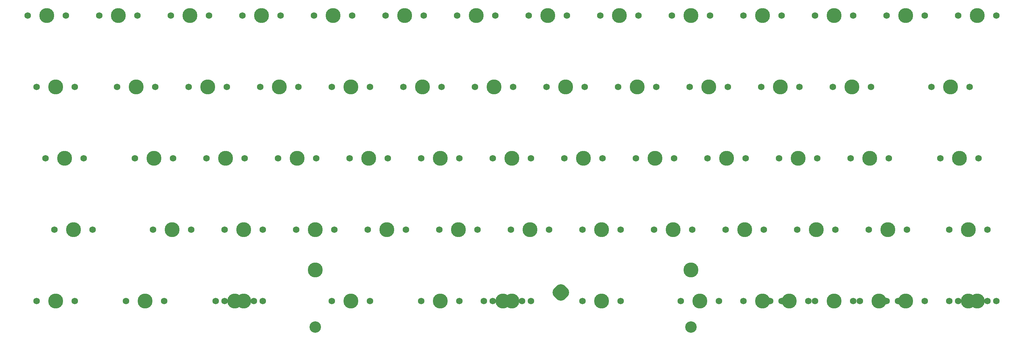
<source format=gbr>
%TF.GenerationSoftware,KiCad,Pcbnew,(6.0.5)*%
%TF.CreationDate,2022-07-14T21:57:26-04:00*%
%TF.ProjectId,bd64pcb,62643634-7063-4622-9e6b-696361645f70,rev?*%
%TF.SameCoordinates,Original*%
%TF.FileFunction,Soldermask,Top*%
%TF.FilePolarity,Negative*%
%FSLAX46Y46*%
G04 Gerber Fmt 4.6, Leading zero omitted, Abs format (unit mm)*
G04 Created by KiCad (PCBNEW (6.0.5)) date 2022-07-14 21:57:26*
%MOMM*%
%LPD*%
G01*
G04 APERTURE LIST*
G04 Aperture macros list*
%AMRoundRect*
0 Rectangle with rounded corners*
0 $1 Rounding radius*
0 $2 $3 $4 $5 $6 $7 $8 $9 X,Y pos of 4 corners*
0 Add a 4 corners polygon primitive as box body*
4,1,4,$2,$3,$4,$5,$6,$7,$8,$9,$2,$3,0*
0 Add four circle primitives for the rounded corners*
1,1,$1+$1,$2,$3*
1,1,$1+$1,$4,$5*
1,1,$1+$1,$6,$7*
1,1,$1+$1,$8,$9*
0 Add four rect primitives between the rounded corners*
20,1,$1+$1,$2,$3,$4,$5,0*
20,1,$1+$1,$4,$5,$6,$7,0*
20,1,$1+$1,$6,$7,$8,$9,0*
20,1,$1+$1,$8,$9,$2,$3,0*%
G04 Aperture macros list end*
%ADD10C,3.987800*%
%ADD11C,1.750000*%
%ADD12C,3.048000*%
%ADD13RoundRect,1.500000X0.000000X-0.707107X0.707107X0.000000X0.000000X0.707107X-0.707107X0.000000X0*%
G04 APERTURE END LIST*
D10*
%TO.C,MX1*%
X24606250Y-51593750D03*
D11*
X29686250Y-51593750D03*
X19526250Y-51593750D03*
%TD*%
%TO.C,MX2*%
X48736250Y-51593750D03*
D10*
X43656250Y-51593750D03*
D11*
X38576250Y-51593750D03*
%TD*%
D10*
%TO.C,MX4*%
X81756250Y-51593750D03*
D11*
X76676250Y-51593750D03*
X86836250Y-51593750D03*
%TD*%
D10*
%TO.C,MX10*%
X196056250Y-51593750D03*
D11*
X201136250Y-51593750D03*
X190976250Y-51593750D03*
%TD*%
%TO.C,MX11*%
X220186250Y-51593750D03*
X210026250Y-51593750D03*
D10*
X215106250Y-51593750D03*
%TD*%
D11*
%TO.C,MX12*%
X239236250Y-51593750D03*
X229076250Y-51593750D03*
D10*
X234156250Y-51593750D03*
%TD*%
D11*
%TO.C,MX13*%
X248126250Y-51593750D03*
X258286250Y-51593750D03*
D10*
X253206250Y-51593750D03*
%TD*%
D11*
%TO.C,MX14*%
X277336250Y-51593750D03*
X267176250Y-51593750D03*
D10*
X272256250Y-51593750D03*
%TD*%
%TO.C,MX15*%
X26987500Y-70643750D03*
D11*
X32067500Y-70643750D03*
X21907500Y-70643750D03*
%TD*%
D10*
%TO.C,MX16*%
X48418750Y-70643750D03*
D11*
X43338750Y-70643750D03*
X53498750Y-70643750D03*
%TD*%
%TO.C,MX17*%
X62388750Y-70643750D03*
D10*
X67468750Y-70643750D03*
D11*
X72548750Y-70643750D03*
%TD*%
D10*
%TO.C,MX18*%
X86518750Y-70643750D03*
D11*
X81438750Y-70643750D03*
X91598750Y-70643750D03*
%TD*%
%TO.C,MX19*%
X110648750Y-70643750D03*
X100488750Y-70643750D03*
D10*
X105568750Y-70643750D03*
%TD*%
D11*
%TO.C,MX20*%
X119538750Y-70643750D03*
X129698750Y-70643750D03*
D10*
X124618750Y-70643750D03*
%TD*%
D11*
%TO.C,MX25*%
X224948750Y-70643750D03*
X214788750Y-70643750D03*
D10*
X219868750Y-70643750D03*
%TD*%
D11*
%TO.C,MX26*%
X243998750Y-70643750D03*
D10*
X238918750Y-70643750D03*
D11*
X233838750Y-70643750D03*
%TD*%
%TO.C,MX28*%
X24288750Y-89693750D03*
D10*
X29368750Y-89693750D03*
D11*
X34448750Y-89693750D03*
%TD*%
%TO.C,MX29*%
X58261250Y-89693750D03*
X48101250Y-89693750D03*
D10*
X53181250Y-89693750D03*
%TD*%
D11*
%TO.C,MX37*%
X200501250Y-89693750D03*
X210661250Y-89693750D03*
D10*
X205581250Y-89693750D03*
%TD*%
D11*
%TO.C,MX38*%
X229711250Y-89693750D03*
D10*
X224631250Y-89693750D03*
D11*
X219551250Y-89693750D03*
%TD*%
D10*
%TO.C,MX39*%
X243681250Y-89693750D03*
D11*
X248761250Y-89693750D03*
X238601250Y-89693750D03*
%TD*%
%TO.C,MX40*%
X272573750Y-89693750D03*
X262413750Y-89693750D03*
D10*
X267493750Y-89693750D03*
%TD*%
%TO.C,MX41*%
X31750000Y-108743750D03*
D11*
X36830000Y-108743750D03*
X26670000Y-108743750D03*
%TD*%
D10*
%TO.C,MX42*%
X57943750Y-108743750D03*
D11*
X52863750Y-108743750D03*
X63023750Y-108743750D03*
%TD*%
D10*
%TO.C,MX43*%
X76993750Y-108743750D03*
D11*
X82073750Y-108743750D03*
X71913750Y-108743750D03*
%TD*%
%TO.C,MX44*%
X90963750Y-108743750D03*
D10*
X96043750Y-108743750D03*
D11*
X101123750Y-108743750D03*
%TD*%
%TO.C,MX45*%
X120173750Y-108743750D03*
X110013750Y-108743750D03*
D10*
X115093750Y-108743750D03*
%TD*%
D11*
%TO.C,MX46*%
X129063750Y-108743750D03*
X139223750Y-108743750D03*
D10*
X134143750Y-108743750D03*
%TD*%
D11*
%TO.C,MX47*%
X158273750Y-108743750D03*
X148113750Y-108743750D03*
D10*
X153193750Y-108743750D03*
%TD*%
D11*
%TO.C,MX48*%
X167163750Y-108743750D03*
D10*
X172243750Y-108743750D03*
D11*
X177323750Y-108743750D03*
%TD*%
D10*
%TO.C,MX49*%
X191293750Y-108743750D03*
D11*
X196373750Y-108743750D03*
X186213750Y-108743750D03*
%TD*%
D10*
%TO.C,MX50*%
X210343750Y-108743750D03*
D11*
X205263750Y-108743750D03*
X215423750Y-108743750D03*
%TD*%
%TO.C,MX51*%
X234473750Y-108743750D03*
D10*
X229393750Y-108743750D03*
D11*
X224313750Y-108743750D03*
%TD*%
D10*
%TO.C,MX52*%
X248443750Y-108743750D03*
D11*
X243363750Y-108743750D03*
X253523750Y-108743750D03*
%TD*%
%TO.C,MX54*%
X32067500Y-127793750D03*
D10*
X26987500Y-127793750D03*
D11*
X21907500Y-127793750D03*
%TD*%
%TO.C,MX55*%
X45720000Y-127793750D03*
D10*
X50800000Y-127793750D03*
D11*
X55880000Y-127793750D03*
%TD*%
%TO.C,MX56*%
X69531900Y-127793150D03*
D10*
X74611900Y-127793150D03*
X76993750Y-127793750D03*
D11*
X71913750Y-127793750D03*
X79691900Y-127793150D03*
X82073750Y-127793750D03*
%TD*%
%TO.C,MX57*%
X100488750Y-127793750D03*
X110648750Y-127793750D03*
D10*
X105568750Y-127793750D03*
%TD*%
D11*
%TO.C,MX58*%
X134461250Y-127793750D03*
D10*
X129381250Y-127793750D03*
D11*
X124301250Y-127793750D03*
%TD*%
D10*
%TO.C,MX59*%
X146046400Y-127793150D03*
D11*
X151126400Y-127793150D03*
X140966400Y-127793150D03*
D10*
X96046500Y-119538150D03*
D11*
X143351250Y-127793750D03*
D12*
X96046500Y-134778150D03*
D11*
X153511250Y-127793750D03*
D10*
X196046300Y-119538150D03*
D12*
X196046300Y-134778150D03*
D10*
X148431250Y-127793750D03*
%TD*%
D11*
%TO.C,MX60*%
X177323750Y-127793750D03*
X167163750Y-127793750D03*
D10*
X172243750Y-127793750D03*
%TD*%
%TO.C,MX61*%
X198437500Y-127793750D03*
D11*
X203517500Y-127793750D03*
X193357500Y-127793750D03*
X220184600Y-127793150D03*
D10*
X215104600Y-127793150D03*
D11*
X210024600Y-127793150D03*
%TD*%
%TO.C,MX62*%
X239234900Y-127793150D03*
D10*
X222250000Y-127793750D03*
D11*
X229074900Y-127793150D03*
D10*
X234154900Y-127793150D03*
D11*
X217170000Y-127793750D03*
X227330000Y-127793750D03*
%TD*%
%TO.C,MX63*%
X251142500Y-127793750D03*
X248125200Y-127793750D03*
X258285200Y-127793750D03*
D10*
X253205200Y-127793750D03*
D11*
X240982500Y-127793750D03*
D10*
X246062500Y-127793750D03*
%TD*%
%TO.C,MX64*%
X272256250Y-127793750D03*
D11*
X264795000Y-127793750D03*
D10*
X269875000Y-127793750D03*
D11*
X274955000Y-127793750D03*
X277336250Y-127793750D03*
X267176250Y-127793750D03*
%TD*%
%TO.C,MX30*%
X77311250Y-89693750D03*
D10*
X72231250Y-89693750D03*
D11*
X67151250Y-89693750D03*
%TD*%
%TO.C,MX36*%
X191611250Y-89693750D03*
D10*
X186531250Y-89693750D03*
D11*
X181451250Y-89693750D03*
%TD*%
D10*
%TO.C,MX35*%
X167481250Y-89693750D03*
D11*
X172561250Y-89693750D03*
X162401250Y-89693750D03*
%TD*%
D10*
%TO.C,MX34*%
X148431250Y-89693750D03*
D11*
X153511250Y-89693750D03*
X143351250Y-89693750D03*
%TD*%
%TO.C,MX33*%
X134461250Y-89693750D03*
D10*
X129381250Y-89693750D03*
D11*
X124301250Y-89693750D03*
%TD*%
%TO.C,MX32*%
X105251250Y-89693750D03*
D10*
X110331250Y-89693750D03*
D11*
X115411250Y-89693750D03*
%TD*%
%TO.C,MX31*%
X96361250Y-89693750D03*
D10*
X91281250Y-89693750D03*
D11*
X86201250Y-89693750D03*
%TD*%
%TO.C,MX23*%
X186848750Y-70643750D03*
X176688750Y-70643750D03*
D10*
X181768750Y-70643750D03*
%TD*%
%TO.C,MX22*%
X162718750Y-70643750D03*
D11*
X167798750Y-70643750D03*
X157638750Y-70643750D03*
%TD*%
D10*
%TO.C,MX21*%
X143668750Y-70643750D03*
D11*
X148748750Y-70643750D03*
X138588750Y-70643750D03*
%TD*%
%TO.C,MX5*%
X105886250Y-51593750D03*
X95726250Y-51593750D03*
D10*
X100806250Y-51593750D03*
%TD*%
D11*
%TO.C,MX9*%
X182086250Y-51593750D03*
D10*
X177006250Y-51593750D03*
D11*
X171926250Y-51593750D03*
%TD*%
%TO.C,MX24*%
X205898750Y-70643750D03*
D10*
X200818750Y-70643750D03*
D11*
X195738750Y-70643750D03*
%TD*%
%TO.C,MX7*%
X143986250Y-51593750D03*
X133826250Y-51593750D03*
D10*
X138906250Y-51593750D03*
%TD*%
D11*
%TO.C,MX6*%
X114776250Y-51593750D03*
D10*
X119856250Y-51593750D03*
D11*
X124936250Y-51593750D03*
%TD*%
%TO.C,MX8*%
X163036250Y-51593750D03*
D10*
X157956250Y-51593750D03*
D11*
X152876250Y-51593750D03*
%TD*%
%TO.C,MX53*%
X264795000Y-108743750D03*
X274955000Y-108743750D03*
D10*
X269875000Y-108743750D03*
%TD*%
D11*
%TO.C,MX3*%
X67786250Y-51593750D03*
X57626250Y-51593750D03*
D10*
X62706250Y-51593750D03*
%TD*%
%TO.C,MX27*%
X265112500Y-70643750D03*
D11*
X260032500Y-70643750D03*
X270192500Y-70643750D03*
%TD*%
D13*
%TO.C,U2*%
X161417000Y-125476000D03*
%TD*%
M02*

</source>
